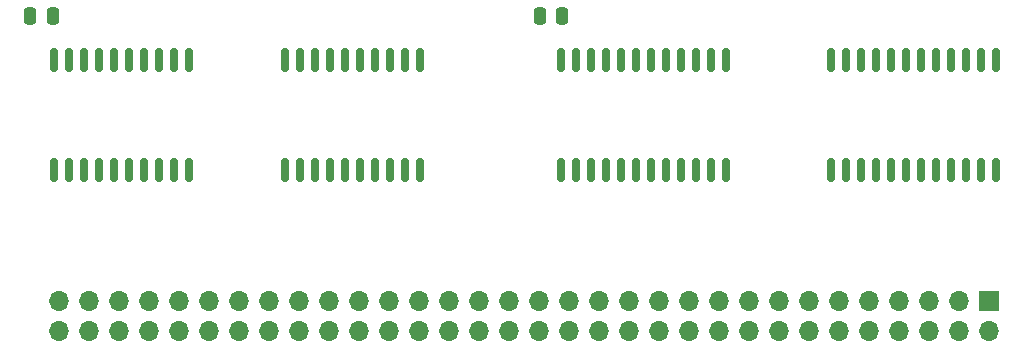
<source format=gbr>
%TF.GenerationSoftware,KiCad,Pcbnew,(6.0.0-0)*%
%TF.CreationDate,2022-10-19T21:39:46-04:00*%
%TF.ProjectId,CPU-Instruction-Decoder,4350552d-496e-4737-9472-756374696f6e,rev?*%
%TF.SameCoordinates,Original*%
%TF.FileFunction,Soldermask,Top*%
%TF.FilePolarity,Negative*%
%FSLAX46Y46*%
G04 Gerber Fmt 4.6, Leading zero omitted, Abs format (unit mm)*
G04 Created by KiCad (PCBNEW (6.0.0-0)) date 2022-10-19 21:39:46*
%MOMM*%
%LPD*%
G01*
G04 APERTURE LIST*
G04 Aperture macros list*
%AMRoundRect*
0 Rectangle with rounded corners*
0 $1 Rounding radius*
0 $2 $3 $4 $5 $6 $7 $8 $9 X,Y pos of 4 corners*
0 Add a 4 corners polygon primitive as box body*
4,1,4,$2,$3,$4,$5,$6,$7,$8,$9,$2,$3,0*
0 Add four circle primitives for the rounded corners*
1,1,$1+$1,$2,$3*
1,1,$1+$1,$4,$5*
1,1,$1+$1,$6,$7*
1,1,$1+$1,$8,$9*
0 Add four rect primitives between the rounded corners*
20,1,$1+$1,$2,$3,$4,$5,0*
20,1,$1+$1,$4,$5,$6,$7,0*
20,1,$1+$1,$6,$7,$8,$9,0*
20,1,$1+$1,$8,$9,$2,$3,0*%
G04 Aperture macros list end*
%ADD10RoundRect,0.150000X0.150000X-0.875000X0.150000X0.875000X-0.150000X0.875000X-0.150000X-0.875000X0*%
%ADD11R,1.700000X1.700000*%
%ADD12O,1.700000X1.700000*%
%ADD13RoundRect,0.250000X0.250000X0.475000X-0.250000X0.475000X-0.250000X-0.475000X0.250000X-0.475000X0*%
G04 APERTURE END LIST*
D10*
%TO.C,U2*%
X288417000Y-209472000D03*
X289687000Y-209472000D03*
X290957000Y-209472000D03*
X292227000Y-209472000D03*
X293497000Y-209472000D03*
X294767000Y-209472000D03*
X296037000Y-209472000D03*
X297307000Y-209472000D03*
X298577000Y-209472000D03*
X299847000Y-209472000D03*
X301117000Y-209472000D03*
X302387000Y-209472000D03*
X302387000Y-218772000D03*
X301117000Y-218772000D03*
X299847000Y-218772000D03*
X298577000Y-218772000D03*
X297307000Y-218772000D03*
X296037000Y-218772000D03*
X294767000Y-218772000D03*
X293497000Y-218772000D03*
X292227000Y-218772000D03*
X290957000Y-218772000D03*
X289687000Y-218772000D03*
X288417000Y-218772000D03*
%TD*%
%TO.C,U11*%
X265049000Y-209472000D03*
X266319000Y-209472000D03*
X267589000Y-209472000D03*
X268859000Y-209472000D03*
X270129000Y-209472000D03*
X271399000Y-209472000D03*
X272669000Y-209472000D03*
X273939000Y-209472000D03*
X275209000Y-209472000D03*
X276479000Y-209472000D03*
X276479000Y-218772000D03*
X275209000Y-218772000D03*
X273939000Y-218772000D03*
X272669000Y-218772000D03*
X271399000Y-218772000D03*
X270129000Y-218772000D03*
X268859000Y-218772000D03*
X267589000Y-218772000D03*
X266319000Y-218772000D03*
X265049000Y-218772000D03*
%TD*%
D11*
%TO.C,J1*%
X324617000Y-229808000D03*
D12*
X324617000Y-232348000D03*
X322077000Y-229808000D03*
X322077000Y-232348000D03*
X319537000Y-229808000D03*
X319537000Y-232348000D03*
X316997000Y-229808000D03*
X316997000Y-232348000D03*
X314457000Y-229808000D03*
X314457000Y-232348000D03*
X311917000Y-229808000D03*
X311917000Y-232348000D03*
X309377000Y-229808000D03*
X309377000Y-232348000D03*
X306837000Y-229808000D03*
X306837000Y-232348000D03*
X304297000Y-229808000D03*
X304297000Y-232348000D03*
X301757000Y-229808000D03*
X301757000Y-232348000D03*
X299217000Y-229808000D03*
X299217000Y-232348000D03*
X296677000Y-229808000D03*
X296677000Y-232348000D03*
X294137000Y-229808000D03*
X294137000Y-232348000D03*
X291597000Y-229808000D03*
X291597000Y-232348000D03*
X289057000Y-229808000D03*
X289057000Y-232348000D03*
X286517000Y-229808000D03*
X286517000Y-232348000D03*
X283977000Y-229808000D03*
X283977000Y-232348000D03*
X281437000Y-229808000D03*
X281437000Y-232348000D03*
X278897000Y-229808000D03*
X278897000Y-232348000D03*
X276357000Y-229808000D03*
X276357000Y-232348000D03*
X273817000Y-229808000D03*
X273817000Y-232348000D03*
X271277000Y-229808000D03*
X271277000Y-232348000D03*
X268737000Y-229808000D03*
X268737000Y-232348000D03*
X266197000Y-229808000D03*
X266197000Y-232348000D03*
X263657000Y-229808000D03*
X263657000Y-232348000D03*
X261117000Y-229808000D03*
X261117000Y-232348000D03*
X258577000Y-229808000D03*
X258577000Y-232348000D03*
X256037000Y-229808000D03*
X256037000Y-232348000D03*
X253497000Y-229808000D03*
X253497000Y-232348000D03*
X250957000Y-229808000D03*
X250957000Y-232348000D03*
X248417000Y-229808000D03*
X248417000Y-232348000D03*
X245877000Y-229808000D03*
X245877000Y-232348000D03*
%TD*%
D10*
%TO.C,U12*%
X245491000Y-209472000D03*
X246761000Y-209472000D03*
X248031000Y-209472000D03*
X249301000Y-209472000D03*
X250571000Y-209472000D03*
X251841000Y-209472000D03*
X253111000Y-209472000D03*
X254381000Y-209472000D03*
X255651000Y-209472000D03*
X256921000Y-209472000D03*
X256921000Y-218772000D03*
X255651000Y-218772000D03*
X254381000Y-218772000D03*
X253111000Y-218772000D03*
X251841000Y-218772000D03*
X250571000Y-218772000D03*
X249301000Y-218772000D03*
X248031000Y-218772000D03*
X246761000Y-218772000D03*
X245491000Y-218772000D03*
%TD*%
%TO.C,U7*%
X311277000Y-209472000D03*
X312547000Y-209472000D03*
X313817000Y-209472000D03*
X315087000Y-209472000D03*
X316357000Y-209472000D03*
X317627000Y-209472000D03*
X318897000Y-209472000D03*
X320167000Y-209472000D03*
X321437000Y-209472000D03*
X322707000Y-209472000D03*
X323977000Y-209472000D03*
X325247000Y-209472000D03*
X325247000Y-218772000D03*
X323977000Y-218772000D03*
X322707000Y-218772000D03*
X321437000Y-218772000D03*
X320167000Y-218772000D03*
X318897000Y-218772000D03*
X317627000Y-218772000D03*
X316357000Y-218772000D03*
X315087000Y-218772000D03*
X313817000Y-218772000D03*
X312547000Y-218772000D03*
X311277000Y-218772000D03*
%TD*%
D13*
%TO.C,C2*%
X286578000Y-205740000D03*
X288478000Y-205740000D03*
%TD*%
%TO.C,C1*%
X243464000Y-205740000D03*
X245364000Y-205740000D03*
%TD*%
M02*

</source>
